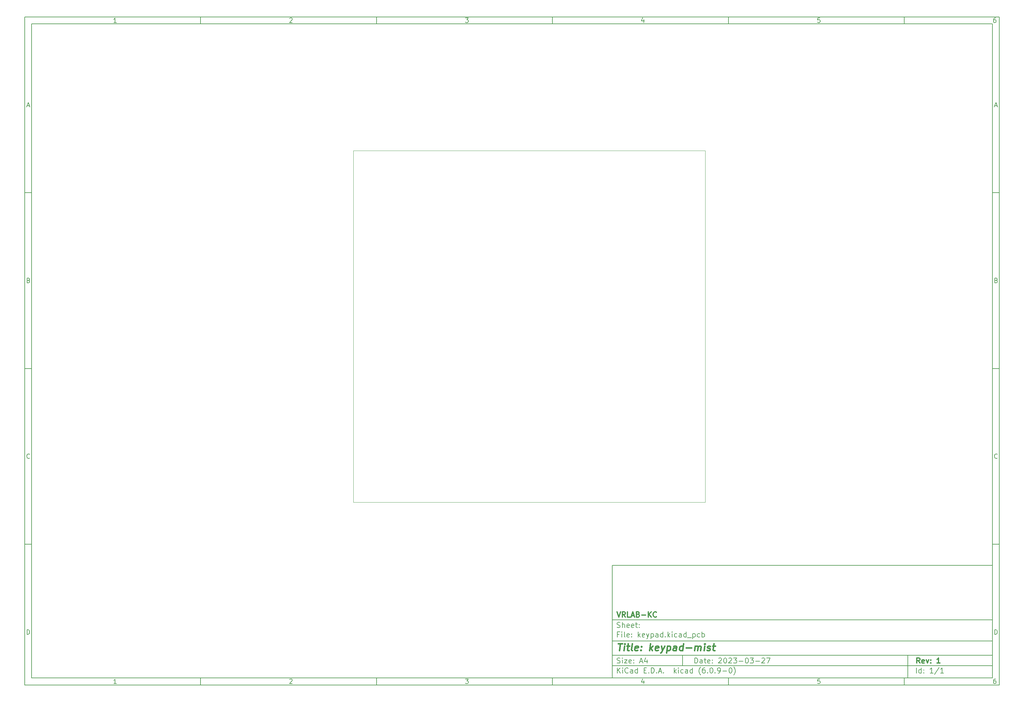
<source format=gbr>
G04 #@! TF.GenerationSoftware,KiCad,Pcbnew,(6.0.9-0)*
G04 #@! TF.CreationDate,2023-03-29T20:51:07+09:00*
G04 #@! TF.ProjectId,keypad,6b657970-6164-42e6-9b69-6361645f7063,1*
G04 #@! TF.SameCoordinates,Original*
G04 #@! TF.FileFunction,Profile,NP*
%FSLAX46Y46*%
G04 Gerber Fmt 4.6, Leading zero omitted, Abs format (unit mm)*
G04 Created by KiCad (PCBNEW (6.0.9-0)) date 2023-03-29 20:51:07*
%MOMM*%
%LPD*%
G01*
G04 APERTURE LIST*
%ADD10C,0.100000*%
%ADD11C,0.150000*%
%ADD12C,0.300000*%
%ADD13C,0.400000*%
G04 #@! TA.AperFunction,Profile*
%ADD14C,0.100000*%
G04 #@! TD*
G04 APERTURE END LIST*
D10*
D11*
X177002200Y-166007200D02*
X177002200Y-198007200D01*
X285002200Y-198007200D01*
X285002200Y-166007200D01*
X177002200Y-166007200D01*
D10*
D11*
X10000000Y-10000000D02*
X10000000Y-200007200D01*
X287002200Y-200007200D01*
X287002200Y-10000000D01*
X10000000Y-10000000D01*
D10*
D11*
X12000000Y-12000000D02*
X12000000Y-198007200D01*
X285002200Y-198007200D01*
X285002200Y-12000000D01*
X12000000Y-12000000D01*
D10*
D11*
X60000000Y-12000000D02*
X60000000Y-10000000D01*
D10*
D11*
X110000000Y-12000000D02*
X110000000Y-10000000D01*
D10*
D11*
X160000000Y-12000000D02*
X160000000Y-10000000D01*
D10*
D11*
X210000000Y-12000000D02*
X210000000Y-10000000D01*
D10*
D11*
X260000000Y-12000000D02*
X260000000Y-10000000D01*
D10*
D11*
X36065476Y-11588095D02*
X35322619Y-11588095D01*
X35694047Y-11588095D02*
X35694047Y-10288095D01*
X35570238Y-10473809D01*
X35446428Y-10597619D01*
X35322619Y-10659523D01*
D10*
D11*
X85322619Y-10411904D02*
X85384523Y-10350000D01*
X85508333Y-10288095D01*
X85817857Y-10288095D01*
X85941666Y-10350000D01*
X86003571Y-10411904D01*
X86065476Y-10535714D01*
X86065476Y-10659523D01*
X86003571Y-10845238D01*
X85260714Y-11588095D01*
X86065476Y-11588095D01*
D10*
D11*
X135260714Y-10288095D02*
X136065476Y-10288095D01*
X135632142Y-10783333D01*
X135817857Y-10783333D01*
X135941666Y-10845238D01*
X136003571Y-10907142D01*
X136065476Y-11030952D01*
X136065476Y-11340476D01*
X136003571Y-11464285D01*
X135941666Y-11526190D01*
X135817857Y-11588095D01*
X135446428Y-11588095D01*
X135322619Y-11526190D01*
X135260714Y-11464285D01*
D10*
D11*
X185941666Y-10721428D02*
X185941666Y-11588095D01*
X185632142Y-10226190D02*
X185322619Y-11154761D01*
X186127380Y-11154761D01*
D10*
D11*
X236003571Y-10288095D02*
X235384523Y-10288095D01*
X235322619Y-10907142D01*
X235384523Y-10845238D01*
X235508333Y-10783333D01*
X235817857Y-10783333D01*
X235941666Y-10845238D01*
X236003571Y-10907142D01*
X236065476Y-11030952D01*
X236065476Y-11340476D01*
X236003571Y-11464285D01*
X235941666Y-11526190D01*
X235817857Y-11588095D01*
X235508333Y-11588095D01*
X235384523Y-11526190D01*
X235322619Y-11464285D01*
D10*
D11*
X285941666Y-10288095D02*
X285694047Y-10288095D01*
X285570238Y-10350000D01*
X285508333Y-10411904D01*
X285384523Y-10597619D01*
X285322619Y-10845238D01*
X285322619Y-11340476D01*
X285384523Y-11464285D01*
X285446428Y-11526190D01*
X285570238Y-11588095D01*
X285817857Y-11588095D01*
X285941666Y-11526190D01*
X286003571Y-11464285D01*
X286065476Y-11340476D01*
X286065476Y-11030952D01*
X286003571Y-10907142D01*
X285941666Y-10845238D01*
X285817857Y-10783333D01*
X285570238Y-10783333D01*
X285446428Y-10845238D01*
X285384523Y-10907142D01*
X285322619Y-11030952D01*
D10*
D11*
X60000000Y-198007200D02*
X60000000Y-200007200D01*
D10*
D11*
X110000000Y-198007200D02*
X110000000Y-200007200D01*
D10*
D11*
X160000000Y-198007200D02*
X160000000Y-200007200D01*
D10*
D11*
X210000000Y-198007200D02*
X210000000Y-200007200D01*
D10*
D11*
X260000000Y-198007200D02*
X260000000Y-200007200D01*
D10*
D11*
X36065476Y-199595295D02*
X35322619Y-199595295D01*
X35694047Y-199595295D02*
X35694047Y-198295295D01*
X35570238Y-198481009D01*
X35446428Y-198604819D01*
X35322619Y-198666723D01*
D10*
D11*
X85322619Y-198419104D02*
X85384523Y-198357200D01*
X85508333Y-198295295D01*
X85817857Y-198295295D01*
X85941666Y-198357200D01*
X86003571Y-198419104D01*
X86065476Y-198542914D01*
X86065476Y-198666723D01*
X86003571Y-198852438D01*
X85260714Y-199595295D01*
X86065476Y-199595295D01*
D10*
D11*
X135260714Y-198295295D02*
X136065476Y-198295295D01*
X135632142Y-198790533D01*
X135817857Y-198790533D01*
X135941666Y-198852438D01*
X136003571Y-198914342D01*
X136065476Y-199038152D01*
X136065476Y-199347676D01*
X136003571Y-199471485D01*
X135941666Y-199533390D01*
X135817857Y-199595295D01*
X135446428Y-199595295D01*
X135322619Y-199533390D01*
X135260714Y-199471485D01*
D10*
D11*
X185941666Y-198728628D02*
X185941666Y-199595295D01*
X185632142Y-198233390D02*
X185322619Y-199161961D01*
X186127380Y-199161961D01*
D10*
D11*
X236003571Y-198295295D02*
X235384523Y-198295295D01*
X235322619Y-198914342D01*
X235384523Y-198852438D01*
X235508333Y-198790533D01*
X235817857Y-198790533D01*
X235941666Y-198852438D01*
X236003571Y-198914342D01*
X236065476Y-199038152D01*
X236065476Y-199347676D01*
X236003571Y-199471485D01*
X235941666Y-199533390D01*
X235817857Y-199595295D01*
X235508333Y-199595295D01*
X235384523Y-199533390D01*
X235322619Y-199471485D01*
D10*
D11*
X285941666Y-198295295D02*
X285694047Y-198295295D01*
X285570238Y-198357200D01*
X285508333Y-198419104D01*
X285384523Y-198604819D01*
X285322619Y-198852438D01*
X285322619Y-199347676D01*
X285384523Y-199471485D01*
X285446428Y-199533390D01*
X285570238Y-199595295D01*
X285817857Y-199595295D01*
X285941666Y-199533390D01*
X286003571Y-199471485D01*
X286065476Y-199347676D01*
X286065476Y-199038152D01*
X286003571Y-198914342D01*
X285941666Y-198852438D01*
X285817857Y-198790533D01*
X285570238Y-198790533D01*
X285446428Y-198852438D01*
X285384523Y-198914342D01*
X285322619Y-199038152D01*
D10*
D11*
X10000000Y-60000000D02*
X12000000Y-60000000D01*
D10*
D11*
X10000000Y-110000000D02*
X12000000Y-110000000D01*
D10*
D11*
X10000000Y-160000000D02*
X12000000Y-160000000D01*
D10*
D11*
X10690476Y-35216666D02*
X11309523Y-35216666D01*
X10566666Y-35588095D02*
X11000000Y-34288095D01*
X11433333Y-35588095D01*
D10*
D11*
X11092857Y-84907142D02*
X11278571Y-84969047D01*
X11340476Y-85030952D01*
X11402380Y-85154761D01*
X11402380Y-85340476D01*
X11340476Y-85464285D01*
X11278571Y-85526190D01*
X11154761Y-85588095D01*
X10659523Y-85588095D01*
X10659523Y-84288095D01*
X11092857Y-84288095D01*
X11216666Y-84350000D01*
X11278571Y-84411904D01*
X11340476Y-84535714D01*
X11340476Y-84659523D01*
X11278571Y-84783333D01*
X11216666Y-84845238D01*
X11092857Y-84907142D01*
X10659523Y-84907142D01*
D10*
D11*
X11402380Y-135464285D02*
X11340476Y-135526190D01*
X11154761Y-135588095D01*
X11030952Y-135588095D01*
X10845238Y-135526190D01*
X10721428Y-135402380D01*
X10659523Y-135278571D01*
X10597619Y-135030952D01*
X10597619Y-134845238D01*
X10659523Y-134597619D01*
X10721428Y-134473809D01*
X10845238Y-134350000D01*
X11030952Y-134288095D01*
X11154761Y-134288095D01*
X11340476Y-134350000D01*
X11402380Y-134411904D01*
D10*
D11*
X10659523Y-185588095D02*
X10659523Y-184288095D01*
X10969047Y-184288095D01*
X11154761Y-184350000D01*
X11278571Y-184473809D01*
X11340476Y-184597619D01*
X11402380Y-184845238D01*
X11402380Y-185030952D01*
X11340476Y-185278571D01*
X11278571Y-185402380D01*
X11154761Y-185526190D01*
X10969047Y-185588095D01*
X10659523Y-185588095D01*
D10*
D11*
X287002200Y-60000000D02*
X285002200Y-60000000D01*
D10*
D11*
X287002200Y-110000000D02*
X285002200Y-110000000D01*
D10*
D11*
X287002200Y-160000000D02*
X285002200Y-160000000D01*
D10*
D11*
X285692676Y-35216666D02*
X286311723Y-35216666D01*
X285568866Y-35588095D02*
X286002200Y-34288095D01*
X286435533Y-35588095D01*
D10*
D11*
X286095057Y-84907142D02*
X286280771Y-84969047D01*
X286342676Y-85030952D01*
X286404580Y-85154761D01*
X286404580Y-85340476D01*
X286342676Y-85464285D01*
X286280771Y-85526190D01*
X286156961Y-85588095D01*
X285661723Y-85588095D01*
X285661723Y-84288095D01*
X286095057Y-84288095D01*
X286218866Y-84350000D01*
X286280771Y-84411904D01*
X286342676Y-84535714D01*
X286342676Y-84659523D01*
X286280771Y-84783333D01*
X286218866Y-84845238D01*
X286095057Y-84907142D01*
X285661723Y-84907142D01*
D10*
D11*
X286404580Y-135464285D02*
X286342676Y-135526190D01*
X286156961Y-135588095D01*
X286033152Y-135588095D01*
X285847438Y-135526190D01*
X285723628Y-135402380D01*
X285661723Y-135278571D01*
X285599819Y-135030952D01*
X285599819Y-134845238D01*
X285661723Y-134597619D01*
X285723628Y-134473809D01*
X285847438Y-134350000D01*
X286033152Y-134288095D01*
X286156961Y-134288095D01*
X286342676Y-134350000D01*
X286404580Y-134411904D01*
D10*
D11*
X285661723Y-185588095D02*
X285661723Y-184288095D01*
X285971247Y-184288095D01*
X286156961Y-184350000D01*
X286280771Y-184473809D01*
X286342676Y-184597619D01*
X286404580Y-184845238D01*
X286404580Y-185030952D01*
X286342676Y-185278571D01*
X286280771Y-185402380D01*
X286156961Y-185526190D01*
X285971247Y-185588095D01*
X285661723Y-185588095D01*
D10*
D11*
X200434342Y-193785771D02*
X200434342Y-192285771D01*
X200791485Y-192285771D01*
X201005771Y-192357200D01*
X201148628Y-192500057D01*
X201220057Y-192642914D01*
X201291485Y-192928628D01*
X201291485Y-193142914D01*
X201220057Y-193428628D01*
X201148628Y-193571485D01*
X201005771Y-193714342D01*
X200791485Y-193785771D01*
X200434342Y-193785771D01*
X202577200Y-193785771D02*
X202577200Y-193000057D01*
X202505771Y-192857200D01*
X202362914Y-192785771D01*
X202077200Y-192785771D01*
X201934342Y-192857200D01*
X202577200Y-193714342D02*
X202434342Y-193785771D01*
X202077200Y-193785771D01*
X201934342Y-193714342D01*
X201862914Y-193571485D01*
X201862914Y-193428628D01*
X201934342Y-193285771D01*
X202077200Y-193214342D01*
X202434342Y-193214342D01*
X202577200Y-193142914D01*
X203077200Y-192785771D02*
X203648628Y-192785771D01*
X203291485Y-192285771D02*
X203291485Y-193571485D01*
X203362914Y-193714342D01*
X203505771Y-193785771D01*
X203648628Y-193785771D01*
X204720057Y-193714342D02*
X204577200Y-193785771D01*
X204291485Y-193785771D01*
X204148628Y-193714342D01*
X204077200Y-193571485D01*
X204077200Y-193000057D01*
X204148628Y-192857200D01*
X204291485Y-192785771D01*
X204577200Y-192785771D01*
X204720057Y-192857200D01*
X204791485Y-193000057D01*
X204791485Y-193142914D01*
X204077200Y-193285771D01*
X205434342Y-193642914D02*
X205505771Y-193714342D01*
X205434342Y-193785771D01*
X205362914Y-193714342D01*
X205434342Y-193642914D01*
X205434342Y-193785771D01*
X205434342Y-192857200D02*
X205505771Y-192928628D01*
X205434342Y-193000057D01*
X205362914Y-192928628D01*
X205434342Y-192857200D01*
X205434342Y-193000057D01*
X207220057Y-192428628D02*
X207291485Y-192357200D01*
X207434342Y-192285771D01*
X207791485Y-192285771D01*
X207934342Y-192357200D01*
X208005771Y-192428628D01*
X208077200Y-192571485D01*
X208077200Y-192714342D01*
X208005771Y-192928628D01*
X207148628Y-193785771D01*
X208077200Y-193785771D01*
X209005771Y-192285771D02*
X209148628Y-192285771D01*
X209291485Y-192357200D01*
X209362914Y-192428628D01*
X209434342Y-192571485D01*
X209505771Y-192857200D01*
X209505771Y-193214342D01*
X209434342Y-193500057D01*
X209362914Y-193642914D01*
X209291485Y-193714342D01*
X209148628Y-193785771D01*
X209005771Y-193785771D01*
X208862914Y-193714342D01*
X208791485Y-193642914D01*
X208720057Y-193500057D01*
X208648628Y-193214342D01*
X208648628Y-192857200D01*
X208720057Y-192571485D01*
X208791485Y-192428628D01*
X208862914Y-192357200D01*
X209005771Y-192285771D01*
X210077200Y-192428628D02*
X210148628Y-192357200D01*
X210291485Y-192285771D01*
X210648628Y-192285771D01*
X210791485Y-192357200D01*
X210862914Y-192428628D01*
X210934342Y-192571485D01*
X210934342Y-192714342D01*
X210862914Y-192928628D01*
X210005771Y-193785771D01*
X210934342Y-193785771D01*
X211434342Y-192285771D02*
X212362914Y-192285771D01*
X211862914Y-192857200D01*
X212077200Y-192857200D01*
X212220057Y-192928628D01*
X212291485Y-193000057D01*
X212362914Y-193142914D01*
X212362914Y-193500057D01*
X212291485Y-193642914D01*
X212220057Y-193714342D01*
X212077200Y-193785771D01*
X211648628Y-193785771D01*
X211505771Y-193714342D01*
X211434342Y-193642914D01*
X213005771Y-193214342D02*
X214148628Y-193214342D01*
X215148628Y-192285771D02*
X215291485Y-192285771D01*
X215434342Y-192357200D01*
X215505771Y-192428628D01*
X215577200Y-192571485D01*
X215648628Y-192857200D01*
X215648628Y-193214342D01*
X215577200Y-193500057D01*
X215505771Y-193642914D01*
X215434342Y-193714342D01*
X215291485Y-193785771D01*
X215148628Y-193785771D01*
X215005771Y-193714342D01*
X214934342Y-193642914D01*
X214862914Y-193500057D01*
X214791485Y-193214342D01*
X214791485Y-192857200D01*
X214862914Y-192571485D01*
X214934342Y-192428628D01*
X215005771Y-192357200D01*
X215148628Y-192285771D01*
X216148628Y-192285771D02*
X217077200Y-192285771D01*
X216577200Y-192857200D01*
X216791485Y-192857200D01*
X216934342Y-192928628D01*
X217005771Y-193000057D01*
X217077200Y-193142914D01*
X217077200Y-193500057D01*
X217005771Y-193642914D01*
X216934342Y-193714342D01*
X216791485Y-193785771D01*
X216362914Y-193785771D01*
X216220057Y-193714342D01*
X216148628Y-193642914D01*
X217720057Y-193214342D02*
X218862914Y-193214342D01*
X219505771Y-192428628D02*
X219577200Y-192357200D01*
X219720057Y-192285771D01*
X220077200Y-192285771D01*
X220220057Y-192357200D01*
X220291485Y-192428628D01*
X220362914Y-192571485D01*
X220362914Y-192714342D01*
X220291485Y-192928628D01*
X219434342Y-193785771D01*
X220362914Y-193785771D01*
X220862914Y-192285771D02*
X221862914Y-192285771D01*
X221220057Y-193785771D01*
D10*
D11*
X177002200Y-194507200D02*
X285002200Y-194507200D01*
D10*
D11*
X178434342Y-196585771D02*
X178434342Y-195085771D01*
X179291485Y-196585771D02*
X178648628Y-195728628D01*
X179291485Y-195085771D02*
X178434342Y-195942914D01*
X179934342Y-196585771D02*
X179934342Y-195585771D01*
X179934342Y-195085771D02*
X179862914Y-195157200D01*
X179934342Y-195228628D01*
X180005771Y-195157200D01*
X179934342Y-195085771D01*
X179934342Y-195228628D01*
X181505771Y-196442914D02*
X181434342Y-196514342D01*
X181220057Y-196585771D01*
X181077200Y-196585771D01*
X180862914Y-196514342D01*
X180720057Y-196371485D01*
X180648628Y-196228628D01*
X180577200Y-195942914D01*
X180577200Y-195728628D01*
X180648628Y-195442914D01*
X180720057Y-195300057D01*
X180862914Y-195157200D01*
X181077200Y-195085771D01*
X181220057Y-195085771D01*
X181434342Y-195157200D01*
X181505771Y-195228628D01*
X182791485Y-196585771D02*
X182791485Y-195800057D01*
X182720057Y-195657200D01*
X182577200Y-195585771D01*
X182291485Y-195585771D01*
X182148628Y-195657200D01*
X182791485Y-196514342D02*
X182648628Y-196585771D01*
X182291485Y-196585771D01*
X182148628Y-196514342D01*
X182077200Y-196371485D01*
X182077200Y-196228628D01*
X182148628Y-196085771D01*
X182291485Y-196014342D01*
X182648628Y-196014342D01*
X182791485Y-195942914D01*
X184148628Y-196585771D02*
X184148628Y-195085771D01*
X184148628Y-196514342D02*
X184005771Y-196585771D01*
X183720057Y-196585771D01*
X183577200Y-196514342D01*
X183505771Y-196442914D01*
X183434342Y-196300057D01*
X183434342Y-195871485D01*
X183505771Y-195728628D01*
X183577200Y-195657200D01*
X183720057Y-195585771D01*
X184005771Y-195585771D01*
X184148628Y-195657200D01*
X186005771Y-195800057D02*
X186505771Y-195800057D01*
X186720057Y-196585771D02*
X186005771Y-196585771D01*
X186005771Y-195085771D01*
X186720057Y-195085771D01*
X187362914Y-196442914D02*
X187434342Y-196514342D01*
X187362914Y-196585771D01*
X187291485Y-196514342D01*
X187362914Y-196442914D01*
X187362914Y-196585771D01*
X188077200Y-196585771D02*
X188077200Y-195085771D01*
X188434342Y-195085771D01*
X188648628Y-195157200D01*
X188791485Y-195300057D01*
X188862914Y-195442914D01*
X188934342Y-195728628D01*
X188934342Y-195942914D01*
X188862914Y-196228628D01*
X188791485Y-196371485D01*
X188648628Y-196514342D01*
X188434342Y-196585771D01*
X188077200Y-196585771D01*
X189577200Y-196442914D02*
X189648628Y-196514342D01*
X189577200Y-196585771D01*
X189505771Y-196514342D01*
X189577200Y-196442914D01*
X189577200Y-196585771D01*
X190220057Y-196157200D02*
X190934342Y-196157200D01*
X190077200Y-196585771D02*
X190577200Y-195085771D01*
X191077200Y-196585771D01*
X191577200Y-196442914D02*
X191648628Y-196514342D01*
X191577200Y-196585771D01*
X191505771Y-196514342D01*
X191577200Y-196442914D01*
X191577200Y-196585771D01*
X194577200Y-196585771D02*
X194577200Y-195085771D01*
X194720057Y-196014342D02*
X195148628Y-196585771D01*
X195148628Y-195585771D02*
X194577200Y-196157200D01*
X195791485Y-196585771D02*
X195791485Y-195585771D01*
X195791485Y-195085771D02*
X195720057Y-195157200D01*
X195791485Y-195228628D01*
X195862914Y-195157200D01*
X195791485Y-195085771D01*
X195791485Y-195228628D01*
X197148628Y-196514342D02*
X197005771Y-196585771D01*
X196720057Y-196585771D01*
X196577200Y-196514342D01*
X196505771Y-196442914D01*
X196434342Y-196300057D01*
X196434342Y-195871485D01*
X196505771Y-195728628D01*
X196577200Y-195657200D01*
X196720057Y-195585771D01*
X197005771Y-195585771D01*
X197148628Y-195657200D01*
X198434342Y-196585771D02*
X198434342Y-195800057D01*
X198362914Y-195657200D01*
X198220057Y-195585771D01*
X197934342Y-195585771D01*
X197791485Y-195657200D01*
X198434342Y-196514342D02*
X198291485Y-196585771D01*
X197934342Y-196585771D01*
X197791485Y-196514342D01*
X197720057Y-196371485D01*
X197720057Y-196228628D01*
X197791485Y-196085771D01*
X197934342Y-196014342D01*
X198291485Y-196014342D01*
X198434342Y-195942914D01*
X199791485Y-196585771D02*
X199791485Y-195085771D01*
X199791485Y-196514342D02*
X199648628Y-196585771D01*
X199362914Y-196585771D01*
X199220057Y-196514342D01*
X199148628Y-196442914D01*
X199077200Y-196300057D01*
X199077200Y-195871485D01*
X199148628Y-195728628D01*
X199220057Y-195657200D01*
X199362914Y-195585771D01*
X199648628Y-195585771D01*
X199791485Y-195657200D01*
X202077200Y-197157200D02*
X202005771Y-197085771D01*
X201862914Y-196871485D01*
X201791485Y-196728628D01*
X201720057Y-196514342D01*
X201648628Y-196157200D01*
X201648628Y-195871485D01*
X201720057Y-195514342D01*
X201791485Y-195300057D01*
X201862914Y-195157200D01*
X202005771Y-194942914D01*
X202077200Y-194871485D01*
X203291485Y-195085771D02*
X203005771Y-195085771D01*
X202862914Y-195157200D01*
X202791485Y-195228628D01*
X202648628Y-195442914D01*
X202577200Y-195728628D01*
X202577200Y-196300057D01*
X202648628Y-196442914D01*
X202720057Y-196514342D01*
X202862914Y-196585771D01*
X203148628Y-196585771D01*
X203291485Y-196514342D01*
X203362914Y-196442914D01*
X203434342Y-196300057D01*
X203434342Y-195942914D01*
X203362914Y-195800057D01*
X203291485Y-195728628D01*
X203148628Y-195657200D01*
X202862914Y-195657200D01*
X202720057Y-195728628D01*
X202648628Y-195800057D01*
X202577200Y-195942914D01*
X204077200Y-196442914D02*
X204148628Y-196514342D01*
X204077200Y-196585771D01*
X204005771Y-196514342D01*
X204077200Y-196442914D01*
X204077200Y-196585771D01*
X205077200Y-195085771D02*
X205220057Y-195085771D01*
X205362914Y-195157200D01*
X205434342Y-195228628D01*
X205505771Y-195371485D01*
X205577200Y-195657200D01*
X205577200Y-196014342D01*
X205505771Y-196300057D01*
X205434342Y-196442914D01*
X205362914Y-196514342D01*
X205220057Y-196585771D01*
X205077200Y-196585771D01*
X204934342Y-196514342D01*
X204862914Y-196442914D01*
X204791485Y-196300057D01*
X204720057Y-196014342D01*
X204720057Y-195657200D01*
X204791485Y-195371485D01*
X204862914Y-195228628D01*
X204934342Y-195157200D01*
X205077200Y-195085771D01*
X206220057Y-196442914D02*
X206291485Y-196514342D01*
X206220057Y-196585771D01*
X206148628Y-196514342D01*
X206220057Y-196442914D01*
X206220057Y-196585771D01*
X207005771Y-196585771D02*
X207291485Y-196585771D01*
X207434342Y-196514342D01*
X207505771Y-196442914D01*
X207648628Y-196228628D01*
X207720057Y-195942914D01*
X207720057Y-195371485D01*
X207648628Y-195228628D01*
X207577200Y-195157200D01*
X207434342Y-195085771D01*
X207148628Y-195085771D01*
X207005771Y-195157200D01*
X206934342Y-195228628D01*
X206862914Y-195371485D01*
X206862914Y-195728628D01*
X206934342Y-195871485D01*
X207005771Y-195942914D01*
X207148628Y-196014342D01*
X207434342Y-196014342D01*
X207577200Y-195942914D01*
X207648628Y-195871485D01*
X207720057Y-195728628D01*
X208362914Y-196014342D02*
X209505771Y-196014342D01*
X210505771Y-195085771D02*
X210648628Y-195085771D01*
X210791485Y-195157200D01*
X210862914Y-195228628D01*
X210934342Y-195371485D01*
X211005771Y-195657200D01*
X211005771Y-196014342D01*
X210934342Y-196300057D01*
X210862914Y-196442914D01*
X210791485Y-196514342D01*
X210648628Y-196585771D01*
X210505771Y-196585771D01*
X210362914Y-196514342D01*
X210291485Y-196442914D01*
X210220057Y-196300057D01*
X210148628Y-196014342D01*
X210148628Y-195657200D01*
X210220057Y-195371485D01*
X210291485Y-195228628D01*
X210362914Y-195157200D01*
X210505771Y-195085771D01*
X211505771Y-197157200D02*
X211577200Y-197085771D01*
X211720057Y-196871485D01*
X211791485Y-196728628D01*
X211862914Y-196514342D01*
X211934342Y-196157200D01*
X211934342Y-195871485D01*
X211862914Y-195514342D01*
X211791485Y-195300057D01*
X211720057Y-195157200D01*
X211577200Y-194942914D01*
X211505771Y-194871485D01*
D10*
D11*
X177002200Y-191507200D02*
X285002200Y-191507200D01*
D10*
D12*
X264411485Y-193785771D02*
X263911485Y-193071485D01*
X263554342Y-193785771D02*
X263554342Y-192285771D01*
X264125771Y-192285771D01*
X264268628Y-192357200D01*
X264340057Y-192428628D01*
X264411485Y-192571485D01*
X264411485Y-192785771D01*
X264340057Y-192928628D01*
X264268628Y-193000057D01*
X264125771Y-193071485D01*
X263554342Y-193071485D01*
X265625771Y-193714342D02*
X265482914Y-193785771D01*
X265197200Y-193785771D01*
X265054342Y-193714342D01*
X264982914Y-193571485D01*
X264982914Y-193000057D01*
X265054342Y-192857200D01*
X265197200Y-192785771D01*
X265482914Y-192785771D01*
X265625771Y-192857200D01*
X265697200Y-193000057D01*
X265697200Y-193142914D01*
X264982914Y-193285771D01*
X266197200Y-192785771D02*
X266554342Y-193785771D01*
X266911485Y-192785771D01*
X267482914Y-193642914D02*
X267554342Y-193714342D01*
X267482914Y-193785771D01*
X267411485Y-193714342D01*
X267482914Y-193642914D01*
X267482914Y-193785771D01*
X267482914Y-192857200D02*
X267554342Y-192928628D01*
X267482914Y-193000057D01*
X267411485Y-192928628D01*
X267482914Y-192857200D01*
X267482914Y-193000057D01*
X270125771Y-193785771D02*
X269268628Y-193785771D01*
X269697200Y-193785771D02*
X269697200Y-192285771D01*
X269554342Y-192500057D01*
X269411485Y-192642914D01*
X269268628Y-192714342D01*
D10*
D11*
X178362914Y-193714342D02*
X178577200Y-193785771D01*
X178934342Y-193785771D01*
X179077200Y-193714342D01*
X179148628Y-193642914D01*
X179220057Y-193500057D01*
X179220057Y-193357200D01*
X179148628Y-193214342D01*
X179077200Y-193142914D01*
X178934342Y-193071485D01*
X178648628Y-193000057D01*
X178505771Y-192928628D01*
X178434342Y-192857200D01*
X178362914Y-192714342D01*
X178362914Y-192571485D01*
X178434342Y-192428628D01*
X178505771Y-192357200D01*
X178648628Y-192285771D01*
X179005771Y-192285771D01*
X179220057Y-192357200D01*
X179862914Y-193785771D02*
X179862914Y-192785771D01*
X179862914Y-192285771D02*
X179791485Y-192357200D01*
X179862914Y-192428628D01*
X179934342Y-192357200D01*
X179862914Y-192285771D01*
X179862914Y-192428628D01*
X180434342Y-192785771D02*
X181220057Y-192785771D01*
X180434342Y-193785771D01*
X181220057Y-193785771D01*
X182362914Y-193714342D02*
X182220057Y-193785771D01*
X181934342Y-193785771D01*
X181791485Y-193714342D01*
X181720057Y-193571485D01*
X181720057Y-193000057D01*
X181791485Y-192857200D01*
X181934342Y-192785771D01*
X182220057Y-192785771D01*
X182362914Y-192857200D01*
X182434342Y-193000057D01*
X182434342Y-193142914D01*
X181720057Y-193285771D01*
X183077200Y-193642914D02*
X183148628Y-193714342D01*
X183077200Y-193785771D01*
X183005771Y-193714342D01*
X183077200Y-193642914D01*
X183077200Y-193785771D01*
X183077200Y-192857200D02*
X183148628Y-192928628D01*
X183077200Y-193000057D01*
X183005771Y-192928628D01*
X183077200Y-192857200D01*
X183077200Y-193000057D01*
X184862914Y-193357200D02*
X185577200Y-193357200D01*
X184720057Y-193785771D02*
X185220057Y-192285771D01*
X185720057Y-193785771D01*
X186862914Y-192785771D02*
X186862914Y-193785771D01*
X186505771Y-192214342D02*
X186148628Y-193285771D01*
X187077200Y-193285771D01*
D10*
D11*
X263434342Y-196585771D02*
X263434342Y-195085771D01*
X264791485Y-196585771D02*
X264791485Y-195085771D01*
X264791485Y-196514342D02*
X264648628Y-196585771D01*
X264362914Y-196585771D01*
X264220057Y-196514342D01*
X264148628Y-196442914D01*
X264077200Y-196300057D01*
X264077200Y-195871485D01*
X264148628Y-195728628D01*
X264220057Y-195657200D01*
X264362914Y-195585771D01*
X264648628Y-195585771D01*
X264791485Y-195657200D01*
X265505771Y-196442914D02*
X265577200Y-196514342D01*
X265505771Y-196585771D01*
X265434342Y-196514342D01*
X265505771Y-196442914D01*
X265505771Y-196585771D01*
X265505771Y-195657200D02*
X265577200Y-195728628D01*
X265505771Y-195800057D01*
X265434342Y-195728628D01*
X265505771Y-195657200D01*
X265505771Y-195800057D01*
X268148628Y-196585771D02*
X267291485Y-196585771D01*
X267720057Y-196585771D02*
X267720057Y-195085771D01*
X267577200Y-195300057D01*
X267434342Y-195442914D01*
X267291485Y-195514342D01*
X269862914Y-195014342D02*
X268577200Y-196942914D01*
X271148628Y-196585771D02*
X270291485Y-196585771D01*
X270720057Y-196585771D02*
X270720057Y-195085771D01*
X270577200Y-195300057D01*
X270434342Y-195442914D01*
X270291485Y-195514342D01*
D10*
D11*
X177002200Y-187507200D02*
X285002200Y-187507200D01*
D10*
D13*
X178714580Y-188211961D02*
X179857438Y-188211961D01*
X179036009Y-190211961D02*
X179286009Y-188211961D01*
X180274104Y-190211961D02*
X180440771Y-188878628D01*
X180524104Y-188211961D02*
X180416961Y-188307200D01*
X180500295Y-188402438D01*
X180607438Y-188307200D01*
X180524104Y-188211961D01*
X180500295Y-188402438D01*
X181107438Y-188878628D02*
X181869342Y-188878628D01*
X181476485Y-188211961D02*
X181262200Y-189926247D01*
X181333628Y-190116723D01*
X181512200Y-190211961D01*
X181702676Y-190211961D01*
X182655057Y-190211961D02*
X182476485Y-190116723D01*
X182405057Y-189926247D01*
X182619342Y-188211961D01*
X184190771Y-190116723D02*
X183988390Y-190211961D01*
X183607438Y-190211961D01*
X183428866Y-190116723D01*
X183357438Y-189926247D01*
X183452676Y-189164342D01*
X183571723Y-188973866D01*
X183774104Y-188878628D01*
X184155057Y-188878628D01*
X184333628Y-188973866D01*
X184405057Y-189164342D01*
X184381247Y-189354819D01*
X183405057Y-189545295D01*
X185155057Y-190021485D02*
X185238390Y-190116723D01*
X185131247Y-190211961D01*
X185047914Y-190116723D01*
X185155057Y-190021485D01*
X185131247Y-190211961D01*
X185286009Y-188973866D02*
X185369342Y-189069104D01*
X185262200Y-189164342D01*
X185178866Y-189069104D01*
X185286009Y-188973866D01*
X185262200Y-189164342D01*
X187607438Y-190211961D02*
X187857438Y-188211961D01*
X187893152Y-189450057D02*
X188369342Y-190211961D01*
X188536009Y-188878628D02*
X187678866Y-189640533D01*
X190000295Y-190116723D02*
X189797914Y-190211961D01*
X189416961Y-190211961D01*
X189238390Y-190116723D01*
X189166961Y-189926247D01*
X189262200Y-189164342D01*
X189381247Y-188973866D01*
X189583628Y-188878628D01*
X189964580Y-188878628D01*
X190143152Y-188973866D01*
X190214580Y-189164342D01*
X190190771Y-189354819D01*
X189214580Y-189545295D01*
X190916961Y-188878628D02*
X191226485Y-190211961D01*
X191869342Y-188878628D02*
X191226485Y-190211961D01*
X190976485Y-190688152D01*
X190869342Y-190783390D01*
X190666961Y-190878628D01*
X192631247Y-188878628D02*
X192381247Y-190878628D01*
X192619342Y-188973866D02*
X192821723Y-188878628D01*
X193202676Y-188878628D01*
X193381247Y-188973866D01*
X193464580Y-189069104D01*
X193536009Y-189259580D01*
X193464580Y-189831009D01*
X193345533Y-190021485D01*
X193238390Y-190116723D01*
X193036009Y-190211961D01*
X192655057Y-190211961D01*
X192476485Y-190116723D01*
X195131247Y-190211961D02*
X195262200Y-189164342D01*
X195190771Y-188973866D01*
X195012200Y-188878628D01*
X194631247Y-188878628D01*
X194428866Y-188973866D01*
X195143152Y-190116723D02*
X194940771Y-190211961D01*
X194464580Y-190211961D01*
X194286009Y-190116723D01*
X194214580Y-189926247D01*
X194238390Y-189735771D01*
X194357438Y-189545295D01*
X194559819Y-189450057D01*
X195036009Y-189450057D01*
X195238390Y-189354819D01*
X196940771Y-190211961D02*
X197190771Y-188211961D01*
X196952676Y-190116723D02*
X196750295Y-190211961D01*
X196369342Y-190211961D01*
X196190771Y-190116723D01*
X196107438Y-190021485D01*
X196036009Y-189831009D01*
X196107438Y-189259580D01*
X196226485Y-189069104D01*
X196333628Y-188973866D01*
X196536009Y-188878628D01*
X196916961Y-188878628D01*
X197095533Y-188973866D01*
X197988390Y-189450057D02*
X199512200Y-189450057D01*
X200369342Y-190211961D02*
X200536009Y-188878628D01*
X200512200Y-189069104D02*
X200619342Y-188973866D01*
X200821723Y-188878628D01*
X201107438Y-188878628D01*
X201286009Y-188973866D01*
X201357438Y-189164342D01*
X201226485Y-190211961D01*
X201357438Y-189164342D02*
X201476485Y-188973866D01*
X201678866Y-188878628D01*
X201964580Y-188878628D01*
X202143152Y-188973866D01*
X202214580Y-189164342D01*
X202083628Y-190211961D01*
X203036009Y-190211961D02*
X203202676Y-188878628D01*
X203286009Y-188211961D02*
X203178866Y-188307200D01*
X203262200Y-188402438D01*
X203369342Y-188307200D01*
X203286009Y-188211961D01*
X203262200Y-188402438D01*
X203905057Y-190116723D02*
X204083628Y-190211961D01*
X204464580Y-190211961D01*
X204666961Y-190116723D01*
X204786009Y-189926247D01*
X204797914Y-189831009D01*
X204726485Y-189640533D01*
X204547914Y-189545295D01*
X204262200Y-189545295D01*
X204083628Y-189450057D01*
X204012200Y-189259580D01*
X204024104Y-189164342D01*
X204143152Y-188973866D01*
X204345533Y-188878628D01*
X204631247Y-188878628D01*
X204809819Y-188973866D01*
X205488390Y-188878628D02*
X206250295Y-188878628D01*
X205857438Y-188211961D02*
X205643152Y-189926247D01*
X205714580Y-190116723D01*
X205893152Y-190211961D01*
X206083628Y-190211961D01*
D10*
D11*
X178934342Y-185600057D02*
X178434342Y-185600057D01*
X178434342Y-186385771D02*
X178434342Y-184885771D01*
X179148628Y-184885771D01*
X179720057Y-186385771D02*
X179720057Y-185385771D01*
X179720057Y-184885771D02*
X179648628Y-184957200D01*
X179720057Y-185028628D01*
X179791485Y-184957200D01*
X179720057Y-184885771D01*
X179720057Y-185028628D01*
X180648628Y-186385771D02*
X180505771Y-186314342D01*
X180434342Y-186171485D01*
X180434342Y-184885771D01*
X181791485Y-186314342D02*
X181648628Y-186385771D01*
X181362914Y-186385771D01*
X181220057Y-186314342D01*
X181148628Y-186171485D01*
X181148628Y-185600057D01*
X181220057Y-185457200D01*
X181362914Y-185385771D01*
X181648628Y-185385771D01*
X181791485Y-185457200D01*
X181862914Y-185600057D01*
X181862914Y-185742914D01*
X181148628Y-185885771D01*
X182505771Y-186242914D02*
X182577200Y-186314342D01*
X182505771Y-186385771D01*
X182434342Y-186314342D01*
X182505771Y-186242914D01*
X182505771Y-186385771D01*
X182505771Y-185457200D02*
X182577200Y-185528628D01*
X182505771Y-185600057D01*
X182434342Y-185528628D01*
X182505771Y-185457200D01*
X182505771Y-185600057D01*
X184362914Y-186385771D02*
X184362914Y-184885771D01*
X184505771Y-185814342D02*
X184934342Y-186385771D01*
X184934342Y-185385771D02*
X184362914Y-185957200D01*
X186148628Y-186314342D02*
X186005771Y-186385771D01*
X185720057Y-186385771D01*
X185577200Y-186314342D01*
X185505771Y-186171485D01*
X185505771Y-185600057D01*
X185577200Y-185457200D01*
X185720057Y-185385771D01*
X186005771Y-185385771D01*
X186148628Y-185457200D01*
X186220057Y-185600057D01*
X186220057Y-185742914D01*
X185505771Y-185885771D01*
X186720057Y-185385771D02*
X187077200Y-186385771D01*
X187434342Y-185385771D02*
X187077200Y-186385771D01*
X186934342Y-186742914D01*
X186862914Y-186814342D01*
X186720057Y-186885771D01*
X188005771Y-185385771D02*
X188005771Y-186885771D01*
X188005771Y-185457200D02*
X188148628Y-185385771D01*
X188434342Y-185385771D01*
X188577200Y-185457200D01*
X188648628Y-185528628D01*
X188720057Y-185671485D01*
X188720057Y-186100057D01*
X188648628Y-186242914D01*
X188577200Y-186314342D01*
X188434342Y-186385771D01*
X188148628Y-186385771D01*
X188005771Y-186314342D01*
X190005771Y-186385771D02*
X190005771Y-185600057D01*
X189934342Y-185457200D01*
X189791485Y-185385771D01*
X189505771Y-185385771D01*
X189362914Y-185457200D01*
X190005771Y-186314342D02*
X189862914Y-186385771D01*
X189505771Y-186385771D01*
X189362914Y-186314342D01*
X189291485Y-186171485D01*
X189291485Y-186028628D01*
X189362914Y-185885771D01*
X189505771Y-185814342D01*
X189862914Y-185814342D01*
X190005771Y-185742914D01*
X191362914Y-186385771D02*
X191362914Y-184885771D01*
X191362914Y-186314342D02*
X191220057Y-186385771D01*
X190934342Y-186385771D01*
X190791485Y-186314342D01*
X190720057Y-186242914D01*
X190648628Y-186100057D01*
X190648628Y-185671485D01*
X190720057Y-185528628D01*
X190791485Y-185457200D01*
X190934342Y-185385771D01*
X191220057Y-185385771D01*
X191362914Y-185457200D01*
X192077200Y-186242914D02*
X192148628Y-186314342D01*
X192077200Y-186385771D01*
X192005771Y-186314342D01*
X192077200Y-186242914D01*
X192077200Y-186385771D01*
X192791485Y-186385771D02*
X192791485Y-184885771D01*
X192934342Y-185814342D02*
X193362914Y-186385771D01*
X193362914Y-185385771D02*
X192791485Y-185957200D01*
X194005771Y-186385771D02*
X194005771Y-185385771D01*
X194005771Y-184885771D02*
X193934342Y-184957200D01*
X194005771Y-185028628D01*
X194077200Y-184957200D01*
X194005771Y-184885771D01*
X194005771Y-185028628D01*
X195362914Y-186314342D02*
X195220057Y-186385771D01*
X194934342Y-186385771D01*
X194791485Y-186314342D01*
X194720057Y-186242914D01*
X194648628Y-186100057D01*
X194648628Y-185671485D01*
X194720057Y-185528628D01*
X194791485Y-185457200D01*
X194934342Y-185385771D01*
X195220057Y-185385771D01*
X195362914Y-185457200D01*
X196648628Y-186385771D02*
X196648628Y-185600057D01*
X196577200Y-185457200D01*
X196434342Y-185385771D01*
X196148628Y-185385771D01*
X196005771Y-185457200D01*
X196648628Y-186314342D02*
X196505771Y-186385771D01*
X196148628Y-186385771D01*
X196005771Y-186314342D01*
X195934342Y-186171485D01*
X195934342Y-186028628D01*
X196005771Y-185885771D01*
X196148628Y-185814342D01*
X196505771Y-185814342D01*
X196648628Y-185742914D01*
X198005771Y-186385771D02*
X198005771Y-184885771D01*
X198005771Y-186314342D02*
X197862914Y-186385771D01*
X197577200Y-186385771D01*
X197434342Y-186314342D01*
X197362914Y-186242914D01*
X197291485Y-186100057D01*
X197291485Y-185671485D01*
X197362914Y-185528628D01*
X197434342Y-185457200D01*
X197577200Y-185385771D01*
X197862914Y-185385771D01*
X198005771Y-185457200D01*
X198362914Y-186528628D02*
X199505771Y-186528628D01*
X199862914Y-185385771D02*
X199862914Y-186885771D01*
X199862914Y-185457200D02*
X200005771Y-185385771D01*
X200291485Y-185385771D01*
X200434342Y-185457200D01*
X200505771Y-185528628D01*
X200577200Y-185671485D01*
X200577200Y-186100057D01*
X200505771Y-186242914D01*
X200434342Y-186314342D01*
X200291485Y-186385771D01*
X200005771Y-186385771D01*
X199862914Y-186314342D01*
X201862914Y-186314342D02*
X201720057Y-186385771D01*
X201434342Y-186385771D01*
X201291485Y-186314342D01*
X201220057Y-186242914D01*
X201148628Y-186100057D01*
X201148628Y-185671485D01*
X201220057Y-185528628D01*
X201291485Y-185457200D01*
X201434342Y-185385771D01*
X201720057Y-185385771D01*
X201862914Y-185457200D01*
X202505771Y-186385771D02*
X202505771Y-184885771D01*
X202505771Y-185457200D02*
X202648628Y-185385771D01*
X202934342Y-185385771D01*
X203077200Y-185457200D01*
X203148628Y-185528628D01*
X203220057Y-185671485D01*
X203220057Y-186100057D01*
X203148628Y-186242914D01*
X203077200Y-186314342D01*
X202934342Y-186385771D01*
X202648628Y-186385771D01*
X202505771Y-186314342D01*
D10*
D11*
X177002200Y-181507200D02*
X285002200Y-181507200D01*
D10*
D11*
X178362914Y-183614342D02*
X178577200Y-183685771D01*
X178934342Y-183685771D01*
X179077200Y-183614342D01*
X179148628Y-183542914D01*
X179220057Y-183400057D01*
X179220057Y-183257200D01*
X179148628Y-183114342D01*
X179077200Y-183042914D01*
X178934342Y-182971485D01*
X178648628Y-182900057D01*
X178505771Y-182828628D01*
X178434342Y-182757200D01*
X178362914Y-182614342D01*
X178362914Y-182471485D01*
X178434342Y-182328628D01*
X178505771Y-182257200D01*
X178648628Y-182185771D01*
X179005771Y-182185771D01*
X179220057Y-182257200D01*
X179862914Y-183685771D02*
X179862914Y-182185771D01*
X180505771Y-183685771D02*
X180505771Y-182900057D01*
X180434342Y-182757200D01*
X180291485Y-182685771D01*
X180077200Y-182685771D01*
X179934342Y-182757200D01*
X179862914Y-182828628D01*
X181791485Y-183614342D02*
X181648628Y-183685771D01*
X181362914Y-183685771D01*
X181220057Y-183614342D01*
X181148628Y-183471485D01*
X181148628Y-182900057D01*
X181220057Y-182757200D01*
X181362914Y-182685771D01*
X181648628Y-182685771D01*
X181791485Y-182757200D01*
X181862914Y-182900057D01*
X181862914Y-183042914D01*
X181148628Y-183185771D01*
X183077200Y-183614342D02*
X182934342Y-183685771D01*
X182648628Y-183685771D01*
X182505771Y-183614342D01*
X182434342Y-183471485D01*
X182434342Y-182900057D01*
X182505771Y-182757200D01*
X182648628Y-182685771D01*
X182934342Y-182685771D01*
X183077200Y-182757200D01*
X183148628Y-182900057D01*
X183148628Y-183042914D01*
X182434342Y-183185771D01*
X183577200Y-182685771D02*
X184148628Y-182685771D01*
X183791485Y-182185771D02*
X183791485Y-183471485D01*
X183862914Y-183614342D01*
X184005771Y-183685771D01*
X184148628Y-183685771D01*
X184648628Y-183542914D02*
X184720057Y-183614342D01*
X184648628Y-183685771D01*
X184577200Y-183614342D01*
X184648628Y-183542914D01*
X184648628Y-183685771D01*
X184648628Y-182757200D02*
X184720057Y-182828628D01*
X184648628Y-182900057D01*
X184577200Y-182828628D01*
X184648628Y-182757200D01*
X184648628Y-182900057D01*
D10*
D12*
X178340057Y-179185771D02*
X178840057Y-180685771D01*
X179340057Y-179185771D01*
X180697200Y-180685771D02*
X180197200Y-179971485D01*
X179840057Y-180685771D02*
X179840057Y-179185771D01*
X180411485Y-179185771D01*
X180554342Y-179257200D01*
X180625771Y-179328628D01*
X180697200Y-179471485D01*
X180697200Y-179685771D01*
X180625771Y-179828628D01*
X180554342Y-179900057D01*
X180411485Y-179971485D01*
X179840057Y-179971485D01*
X182054342Y-180685771D02*
X181340057Y-180685771D01*
X181340057Y-179185771D01*
X182482914Y-180257200D02*
X183197200Y-180257200D01*
X182340057Y-180685771D02*
X182840057Y-179185771D01*
X183340057Y-180685771D01*
X184340057Y-179900057D02*
X184554342Y-179971485D01*
X184625771Y-180042914D01*
X184697200Y-180185771D01*
X184697200Y-180400057D01*
X184625771Y-180542914D01*
X184554342Y-180614342D01*
X184411485Y-180685771D01*
X183840057Y-180685771D01*
X183840057Y-179185771D01*
X184340057Y-179185771D01*
X184482914Y-179257200D01*
X184554342Y-179328628D01*
X184625771Y-179471485D01*
X184625771Y-179614342D01*
X184554342Y-179757200D01*
X184482914Y-179828628D01*
X184340057Y-179900057D01*
X183840057Y-179900057D01*
X185340057Y-180114342D02*
X186482914Y-180114342D01*
X187197200Y-180685771D02*
X187197200Y-179185771D01*
X188054342Y-180685771D02*
X187411485Y-179828628D01*
X188054342Y-179185771D02*
X187197200Y-180042914D01*
X189554342Y-180542914D02*
X189482914Y-180614342D01*
X189268628Y-180685771D01*
X189125771Y-180685771D01*
X188911485Y-180614342D01*
X188768628Y-180471485D01*
X188697200Y-180328628D01*
X188625771Y-180042914D01*
X188625771Y-179828628D01*
X188697200Y-179542914D01*
X188768628Y-179400057D01*
X188911485Y-179257200D01*
X189125771Y-179185771D01*
X189268628Y-179185771D01*
X189482914Y-179257200D01*
X189554342Y-179328628D01*
D10*
D11*
D10*
D11*
D10*
D11*
D10*
D11*
D10*
D11*
X197002200Y-191507200D02*
X197002200Y-194507200D01*
D10*
D11*
X261002200Y-191507200D02*
X261002200Y-198007200D01*
D14*
X103380000Y-48000000D02*
X203380000Y-48000000D01*
X203380000Y-48000000D02*
X203380000Y-148000000D01*
X203380000Y-148000000D02*
X103380000Y-148000000D01*
X103380000Y-148000000D02*
X103380000Y-48000000D01*
M02*

</source>
